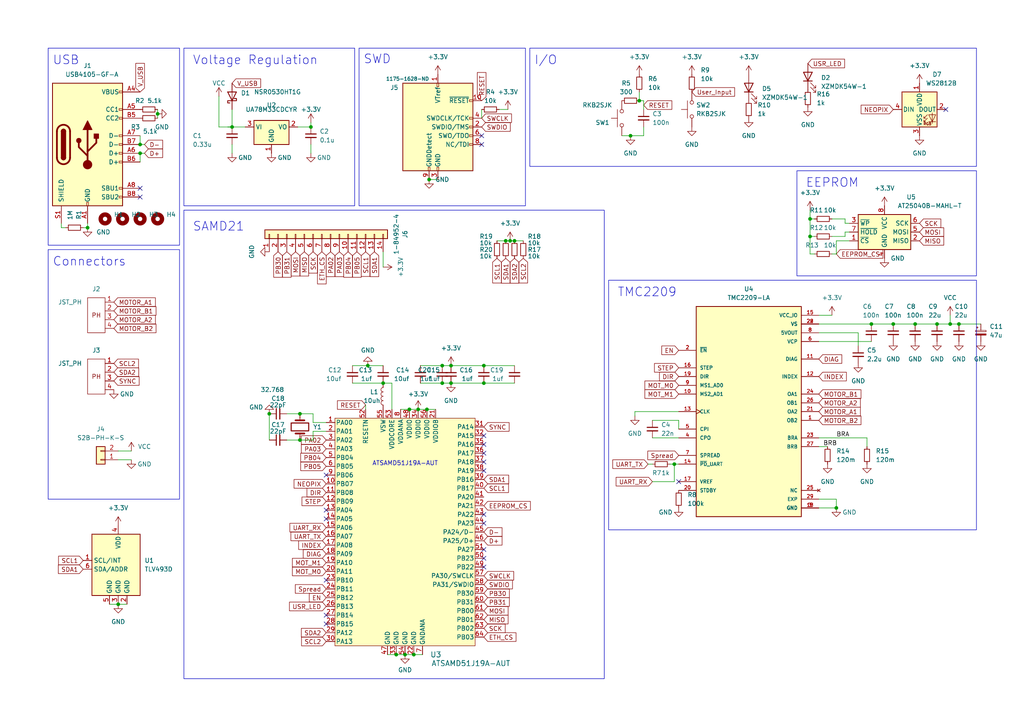
<source format=kicad_sch>
(kicad_sch (version 20230121) (generator eeschema)
  (paper "A4")
  (junction (at 106.68 106.045))
  (junction (at 25.4 66.04))
  (junction (at 130.81 106.045))
  (junction (at 120.015 189.865))
  (junction (at 114.935 189.865))
  (junction (at 118.745 118.745))
  (junction (at 234.95 68.58))
  (junction (at 195.58 134.62))
  (junction (at 265.43 93.98))
  (junction (at 86.995 127.635))
  (junction (at 90.17 36.83))
  (junction (at 259.08 93.98))
  (junction (at 278.13 93.98))
  (junction (at 123.825 118.745))
  (junction (at 140.335 111.125))
  (junction (at 146.685 69.85))
  (junction (at 86.995 120.015))
  (junction (at 121.285 118.745))
  (junction (at 147.955 69.85))
  (junction (at 67.31 36.83))
  (junction (at 149.225 69.85))
  (junction (at 242.57 147.32))
  (junction (at 128.27 106.045))
  (junction (at 40.64 44.45))
  (junction (at 252.73 93.98))
  (junction (at 40.64 41.91))
  (junction (at 234.95 63.5))
  (junction (at 111.125 111.125))
  (junction (at 182.88 39.37))
  (junction (at 117.475 189.865))
  (junction (at 45.72 33.02))
  (junction (at 140.335 106.045))
  (junction (at 128.27 111.125))
  (junction (at 124.46 52.07))
  (junction (at 78.105 120.015))
  (junction (at 271.78 93.98))
  (junction (at 34.29 175.26))
  (junction (at 130.81 111.125))
  (junction (at 185.42 29.21))
  (junction (at 275.59 93.98))
  (no_connect (at 40.64 54.61))
  (no_connect (at 94.615 168.275))
  (no_connect (at 140.335 136.525))
  (no_connect (at 94.615 178.435))
  (no_connect (at 139.7 39.37))
  (no_connect (at 94.615 137.795))
  (no_connect (at 140.335 151.765))
  (no_connect (at 140.335 126.365))
  (no_connect (at 94.615 180.975))
  (no_connect (at 140.335 149.225))
  (no_connect (at 196.85 139.7))
  (no_connect (at 140.335 161.925))
  (no_connect (at 94.615 150.495))
  (no_connect (at 140.335 164.465))
  (no_connect (at 40.64 57.15))
  (no_connect (at 140.335 159.385))
  (no_connect (at 140.335 128.905))
  (no_connect (at 139.7 41.91))
  (no_connect (at 140.335 131.445))
  (no_connect (at 140.335 133.985))
  (no_connect (at 94.615 147.955))
  (no_connect (at 274.32 31.75))
  (wire (pts (xy 40.64 41.91) (xy 41.91 41.91)))
  (wire (pts (xy 19.05 66.04) (xy 17.78 66.04)))
  (wire (pts (xy 38.1 133.35) (xy 34.29 133.35)))
  (wire (pts (xy 34.29 175.26) (xy 36.83 175.26)))
  (wire (pts (xy 102.235 111.125) (xy 111.125 111.125)))
  (wire (pts (xy 245.11 64.77) (xy 246.38 64.77)))
  (wire (pts (xy 186.69 31.75) (xy 186.69 29.21)))
  (wire (pts (xy 128.27 111.125) (xy 130.81 111.125)))
  (wire (pts (xy 140.335 111.125) (xy 149.225 111.125)))
  (wire (pts (xy 248.92 96.52) (xy 237.49 96.52)))
  (wire (pts (xy 130.81 111.125) (xy 140.335 111.125)))
  (wire (pts (xy 63.5 27.94) (xy 63.5 36.83)))
  (wire (pts (xy 113.665 111.125) (xy 111.125 111.125)))
  (wire (pts (xy 113.665 118.745) (xy 113.665 111.125)))
  (wire (pts (xy 83.185 120.015) (xy 86.995 120.015)))
  (wire (pts (xy 120.015 189.865) (xy 122.555 189.865)))
  (wire (pts (xy 78.105 127.635) (xy 78.105 120.015)))
  (wire (pts (xy 237.49 99.06) (xy 252.73 99.06)))
  (wire (pts (xy 90.805 122.555) (xy 94.615 122.555)))
  (wire (pts (xy 144.145 69.85) (xy 146.685 69.85)))
  (wire (pts (xy 259.08 93.98) (xy 265.43 93.98)))
  (wire (pts (xy 116.205 118.745) (xy 118.745 118.745)))
  (wire (pts (xy 121.92 106.045) (xy 128.27 106.045)))
  (wire (pts (xy 234.95 60.96) (xy 234.95 63.5)))
  (wire (pts (xy 67.31 31.75) (xy 67.31 36.83)))
  (wire (pts (xy 86.36 36.83) (xy 90.17 36.83)))
  (wire (pts (xy 111.125 77.47) (xy 111.125 73.025)))
  (wire (pts (xy 40.64 39.37) (xy 40.64 41.91)))
  (wire (pts (xy 38.1 130.81) (xy 34.29 130.81)))
  (wire (pts (xy 241.3 73.66) (xy 242.57 73.66)))
  (wire (pts (xy 237.49 129.54) (xy 240.03 129.54)))
  (wire (pts (xy 25.4 64.77) (xy 25.4 66.04)))
  (wire (pts (xy 24.13 66.04) (xy 25.4 66.04)))
  (wire (pts (xy 242.57 147.32) (xy 237.49 147.32)))
  (wire (pts (xy 66.04 36.83) (xy 67.31 36.83)) (stroke (width 0.1524)))
  (wire (pts (xy 196.85 119.38) (xy 184.15 119.38)))
  (wire (pts (xy 189.23 139.7) (xy 195.58 139.7)))
  (wire (pts (xy 275.59 93.98) (xy 278.13 93.98)))
  (wire (pts (xy 182.88 39.37) (xy 180.34 39.37)))
  (wire (pts (xy 195.58 134.62) (xy 196.85 134.62)))
  (wire (pts (xy 90.805 127.635) (xy 90.805 125.095)))
  (wire (pts (xy 45.72 33.02) (xy 45.72 31.75)))
  (wire (pts (xy 186.69 36.83) (xy 186.69 39.37)))
  (wire (pts (xy 237.49 93.98) (xy 252.73 93.98)))
  (wire (pts (xy 242.57 69.85) (xy 246.38 69.85)))
  (wire (pts (xy 189.23 134.62) (xy 187.96 134.62)))
  (wire (pts (xy 83.185 127.635) (xy 86.995 127.635)))
  (wire (pts (xy 147.32 31.75) (xy 144.78 31.75)))
  (wire (pts (xy 117.475 189.865) (xy 120.015 189.865)))
  (wire (pts (xy 128.27 106.045) (xy 130.81 106.045)))
  (wire (pts (xy 237.49 144.78) (xy 242.57 144.78)))
  (wire (pts (xy 275.59 91.44) (xy 275.59 93.98)))
  (wire (pts (xy 71.12 36.83) (xy 67.31 36.83)) (stroke (width 0.1524)))
  (wire (pts (xy 185.42 26.67) (xy 185.42 29.21)))
  (wire (pts (xy 245.11 67.31) (xy 246.38 67.31)))
  (wire (pts (xy 106.045 117.475) (xy 106.045 118.745)))
  (wire (pts (xy 189.23 127) (xy 196.85 127)))
  (wire (pts (xy 265.43 93.98) (xy 271.78 93.98)))
  (wire (pts (xy 147.955 69.85) (xy 149.225 69.85)))
  (wire (pts (xy 234.95 68.58) (xy 234.95 63.5)))
  (wire (pts (xy 237.49 127) (xy 251.46 127)))
  (wire (pts (xy 236.22 63.5) (xy 234.95 63.5)))
  (wire (pts (xy 146.685 69.85) (xy 147.955 69.85)))
  (wire (pts (xy 186.69 29.21) (xy 185.42 29.21)))
  (wire (pts (xy 106.68 106.045) (xy 111.125 106.045)))
  (wire (pts (xy 45.72 34.29) (xy 45.72 33.02)))
  (wire (pts (xy 102.235 106.045) (xy 106.68 106.045)))
  (wire (pts (xy 31.75 175.26) (xy 34.29 175.26)))
  (wire (pts (xy 241.3 91.44) (xy 237.49 91.44)))
  (wire (pts (xy 124.46 52.07) (xy 127 52.07)))
  (wire (pts (xy 245.11 63.5) (xy 245.11 64.77)))
  (wire (pts (xy 278.13 93.98) (xy 284.48 93.98)))
  (wire (pts (xy 121.92 111.125) (xy 128.27 111.125)))
  (wire (pts (xy 40.64 44.45) (xy 40.64 46.99)))
  (wire (pts (xy 121.285 118.745) (xy 123.825 118.745)))
  (wire (pts (xy 184.15 119.38) (xy 184.15 120.65)))
  (wire (pts (xy 236.22 73.66) (xy 234.95 73.66)))
  (wire (pts (xy 86.995 120.015) (xy 90.805 120.015)))
  (wire (pts (xy 67.31 44.45) (xy 67.31 41.91)))
  (wire (pts (xy 234.95 73.66) (xy 234.95 68.58)))
  (wire (pts (xy 242.57 73.66) (xy 242.57 69.85)))
  (wire (pts (xy 63.5 36.83) (xy 67.31 36.83)))
  (wire (pts (xy 123.825 118.745) (xy 126.365 118.745)))
  (wire (pts (xy 140.335 106.045) (xy 149.225 106.045)))
  (wire (pts (xy 252.73 93.98) (xy 259.08 93.98)))
  (wire (pts (xy 245.11 68.58) (xy 245.11 67.31)))
  (wire (pts (xy 90.17 41.91) (xy 90.17 44.45)))
  (wire (pts (xy 186.69 39.37) (xy 182.88 39.37)))
  (wire (pts (xy 271.78 93.98) (xy 275.59 93.98)))
  (wire (pts (xy 241.3 63.5) (xy 245.11 63.5)))
  (wire (pts (xy 139.7 31.75) (xy 139.7 34.29)))
  (wire (pts (xy 196.85 121.92) (xy 196.85 124.46)))
  (wire (pts (xy 241.3 68.58) (xy 245.11 68.58)))
  (wire (pts (xy 194.31 134.62) (xy 195.58 134.62)))
  (wire (pts (xy 114.935 189.865) (xy 117.475 189.865)))
  (wire (pts (xy 195.58 139.7) (xy 195.58 134.62)))
  (wire (pts (xy 149.225 69.85) (xy 151.765 69.85)))
  (wire (pts (xy 189.23 121.92) (xy 196.85 121.92)))
  (wire (pts (xy 242.57 144.78) (xy 242.57 147.32)))
  (wire (pts (xy 17.78 64.77) (xy 17.78 66.04)))
  (wire (pts (xy 40.64 44.45) (xy 41.91 44.45)))
  (wire (pts (xy 90.805 125.095) (xy 94.615 125.095)))
  (wire (pts (xy 90.17 35.56) (xy 90.17 36.83)))
  (wire (pts (xy 112.395 189.865) (xy 114.935 189.865)))
  (wire (pts (xy 130.81 106.045) (xy 140.335 106.045)))
  (wire (pts (xy 90.805 120.015) (xy 90.805 122.555)))
  (wire (pts (xy 236.22 68.58) (xy 234.95 68.58)))
  (wire (pts (xy 90.805 127.635) (xy 86.995 127.635)))
  (wire (pts (xy 118.745 118.745) (xy 121.285 118.745)))
  (wire (pts (xy 251.46 127) (xy 251.46 129.54)))
  (wire (pts (xy 248.92 100.33) (xy 248.92 96.52)))
  (rectangle (start 53.34 13.97) (end 102.87 59.69))
  (rectangle (start 153.67 13.97) (end 283.21 48.26))
  (rectangle (start 53.34 60.96) (end 175.26 196.85))
  (rectangle (start 176.53 81.28) (end 283.21 153.67))
  (rectangle (start 13.97 13.97) (end 52.07 71.12))
  (rectangle (start 13.97 72.39) (end 52.07 144.78))
  (rectangle (start 231.14 49.53) (end 283.21 80.01))
  (rectangle (start 104.14 13.97) (end 152.4 59.69))
  (text "					" (at 231.775 67.945 0) (effects (font (size 5.08 5.08)) (justify right bottom)))
  (text "SAMD21" (at 55.88 67.31 0) (effects (font (size 2.54 2.54)) (justify left bottom)))
  (text "					" (at 20.955 140.97 0) (effects (font (size 5.08 5.08)) (justify left bottom)))
  (text "EEPROM" (at 233.68 54.61 0) (effects (font (size 2.54 2.54)) (justify left bottom)))
  (text "Connectors" (at 15.24 77.47 0) (effects (font (size 2.54 2.54)) (justify left bottom)))
  (text "TMC2209" (at 179.07 86.36 0) (effects (font (size 2.54 2.54)) (justify left bottom)))
  (text "					" (at 117.475 158.115 90) (effects (font (size 5.08 5.08)) (justify left bottom)))
  (text "I/O" (at 154.94 19.05 0) (effects (font (size 2.54 2.54)) (justify left bottom)))
  (text "	\nATSAMD51J19A-AUT" (at 107.95 135.255 0) (effects (font (size 1.27 1.27)) (justify left bottom)))
  (text "Voltage Regulation\n" (at 55.88 19.05 0) (effects (font (size 2.54 2.54)) (justify left bottom)))
  (text "SWD\n\n" (at 105.41 22.86 0) (effects (font (size 2.54 2.54)) (justify left bottom)))
  (text "USB" (at 15.24 19.05 0) (effects (font (size 2.54 2.54)) (justify left bottom)))
  (label "BRA" (at 242.57 127 0))
  (label "BRB" (at 238.76 129.54 0))
  (global_label "SCL1" (shape input) (at 144.145 74.93 270) (property "Intersheetrefs" "${INTERSHEET_REFS}" (effects hide)))
  (global_label "RESET" (shape input) (at 186.69 30.48 0) (property "Intersheetrefs" "${INTERSHEET_REFS}" (effects hide)))
  (global_label "DIR" (shape input) (at 94.615 142.875 180) (property "Intersheetrefs" "${INTERSHEET_REFS}" (effects hide)))
  (global_label "D+" (shape input) (at 41.91 44.45 0) (property "Intersheetrefs" "${INTERSHEET_REFS}" (effects hide)))
  (global_label "SDA1" (shape input) (at 140.335 139.065 0) (property "Intersheetrefs" "${INTERSHEET_REFS}" (effects hide)))
  (global_label "EN" (shape input) (at 94.615 173.355 180) (property "Intersheetrefs" "${INTERSHEET_REFS}" (effects hide)))
  (global_label "SDA1" (shape input) (at 24.13 165.1 180) (property "Intersheetrefs" "${INTERSHEET_REFS}" (effects hide)))
  (global_label "MOTOR_B2" (shape input) (at 237.49 121.92 0) (property "Intersheetrefs" "${INTERSHEET_REFS}" (effects hide)))
  (global_label "SCL2" (shape input) (at 94.615 186.055 180) (property "Intersheetrefs" "${INTERSHEET_REFS}" (effects hide)))
  (global_label "UART_RX" (shape input) (at 94.615 153.035 180) (property "Intersheetrefs" "${INTERSHEET_REFS}" (effects hide)))
  (global_label "SDA1" (shape input) (at 108.585 73.025 270) (property "Intersheetrefs" "${INTERSHEET_REFS}" (effects hide)))
  (global_label "EN" (shape input) (at 196.85 101.6 180) (property "Intersheetrefs" "${INTERSHEET_REFS}" (effects hide)))
  (global_label "PB05" (shape input) (at 94.615 135.255 180) (property "Intersheetrefs" "${INTERSHEET_REFS}" (effects hide)))
  (global_label "PB31" (shape input) (at 83.185 73.025 270) (property "Intersheetrefs" "${INTERSHEET_REFS}" (effects hide)))
  (global_label "PB30" (shape input) (at 140.335 172.085 0) (property "Intersheetrefs" "${INTERSHEET_REFS}" (effects hide)))
  (global_label "MOT_M1" (shape input) (at 94.615 163.195 180) (property "Intersheetrefs" "${INTERSHEET_REFS}" (effects hide)))
  (global_label "V_USB" (shape input) (at 67.31 24.13 0) (property "Intersheetrefs" "${INTERSHEET_REFS}" (effects hide)))
  (global_label "Spread" (shape input) (at 196.85 132.08 180) (property "Intersheetrefs" "${INTERSHEET_REFS}" (effects hide)))
  (global_label "D+" (shape input) (at 140.335 156.845 0) (property "Intersheetrefs" "${INTERSHEET_REFS}" (effects hide)))
  (global_label "SWDIO" (shape input) (at 140.335 169.545 0) (property "Intersheetrefs" "${INTERSHEET_REFS}" (effects hide)))
  (global_label "D-" (shape input) (at 140.335 154.305 0) (property "Intersheetrefs" "${INTERSHEET_REFS}" (effects hide)))
  (global_label "PB31" (shape input) (at 140.335 174.625 0) (property "Intersheetrefs" "${INTERSHEET_REFS}" (effects hide)))
  (global_label "SCL1" (shape input) (at 140.335 141.605 0) (property "Intersheetrefs" "${INTERSHEET_REFS}" (effects hide)))
  (global_label "MISO" (shape input) (at 266.7 69.85 0) (property "Intersheetrefs" "${INTERSHEET_REFS}" (effects hide)))
  (global_label "PA02" (shape input) (at 95.885 73.025 270) (property "Intersheetrefs" "${INTERSHEET_REFS}" (effects hide)))
  (global_label "MOT_M0" (shape input) (at 94.615 165.735 180) (property "Intersheetrefs" "${INTERSHEET_REFS}" (effects hide)))
  (global_label "DIR" (shape input) (at 196.85 109.22 180) (property "Intersheetrefs" "${INTERSHEET_REFS}" (effects hide)))
  (global_label "PA02" (shape input) (at 94.615 127.635 180) (property "Intersheetrefs" "${INTERSHEET_REFS}" (effects hide)))
  (global_label "STEP" (shape input) (at 94.615 145.415 180) (property "Intersheetrefs" "${INTERSHEET_REFS}" (effects hide)))
  (global_label "SYNC" (shape input) (at 33.02 110.49 0) (property "Intersheetrefs" "${INTERSHEET_REFS}" (effects hide)))
  (global_label "SDA2" (shape input) (at 94.615 183.515 180) (property "Intersheetrefs" "${INTERSHEET_REFS}" (effects hide)))
  (global_label "D-" (shape input) (at 41.91 41.91 0) (property "Intersheetrefs" "${INTERSHEET_REFS}" (effects hide)))
  (global_label "EEPROM_CS" (shape input) (at 140.335 146.685 0) (property "Intersheetrefs" "${INTERSHEET_REFS}" (effects hide)))
  (global_label "ETH_CS" (shape input) (at 140.335 184.785 0) (property "Intersheetrefs" "${INTERSHEET_REFS}" (effects hide)))
  (global_label "SWCLK" (shape input) (at 139.7 34.29 0) (property "Intersheetrefs" "${INTERSHEET_REFS}" (effects hide)))
  (global_label "STEP" (shape input) (at 196.85 106.68 180) (property "Intersheetrefs" "${INTERSHEET_REFS}" (effects hide)))
  (global_label "MOTOR_A2" (shape input) (at 237.49 116.84 0) (property "Intersheetrefs" "${INTERSHEET_REFS}" (effects hide)))
  (global_label "NEOPIX" (shape input) (at 259.08 31.75 180) (property "Intersheetrefs" "${INTERSHEET_REFS}" (effects hide)))
  (global_label "INDEX" (shape input) (at 94.615 158.115 180) (property "Intersheetrefs" "${INTERSHEET_REFS}" (effects hide)))
  (global_label "SYNC" (shape input) (at 140.335 123.825 0) (property "Intersheetrefs" "${INTERSHEET_REFS}" (effects hide)))
  (global_label "PA03" (shape input) (at 98.425 73.025 270) (property "Intersheetrefs" "${INTERSHEET_REFS}" (effects hide)))
  (global_label "SWCLK" (shape input) (at 140.335 167.005 0) (property "Intersheetrefs" "${INTERSHEET_REFS}" (effects hide)))
  (global_label "UART_RX" (shape input) (at 189.23 139.7 180) (property "Intersheetrefs" "${INTERSHEET_REFS}" (effects hide)))
  (global_label "PA03" (shape input) (at 94.615 130.175 180) (property "Intersheetrefs" "${INTERSHEET_REFS}" (effects hide)))
  (global_label "DIAG" (shape input) (at 237.49 104.14 0) (property "Intersheetrefs" "${INTERSHEET_REFS}" (effects hide)))
  (global_label "UART_TX" (shape input) (at 94.615 155.575 180) (property "Intersheetrefs" "${INTERSHEET_REFS}" (effects hide)))
  (global_label "SDA2" (shape input) (at 33.02 107.95 0) (property "Intersheetrefs" "${INTERSHEET_REFS}" (effects hide)))
  (global_label "MISO" (shape input) (at 88.265 73.025 270) (property "Intersheetrefs" "${INTERSHEET_REFS}" (effects hide)))
  (global_label "MISO" (shape input) (at 140.335 179.705 0) (property "Intersheetrefs" "${INTERSHEET_REFS}" (effects hide)))
  (global_label "MOTOR_B2" (shape input) (at 33.02 95.25 0) (property "Intersheetrefs" "${INTERSHEET_REFS}" (effects hide)))
  (global_label "MOTOR_B1" (shape input) (at 33.02 90.17 0) (property "Intersheetrefs" "${INTERSHEET_REFS}" (effects hide)))
  (global_label "MOSI" (shape input) (at 85.725 73.025 270) (property "Intersheetrefs" "${INTERSHEET_REFS}" (effects hide)))
  (global_label "V_USB" (shape input) (at 40.64 26.67 90) (property "Intersheetrefs" "${INTERSHEET_REFS}" (effects hide)))
  (global_label "USR_LED" (shape input) (at 94.615 175.895 180) (property "Intersheetrefs" "${INTERSHEET_REFS}" (effects hide)))
  (global_label "ETH_CS" (shape input) (at 93.345 73.025 270) (property "Intersheetrefs" "${INTERSHEET_REFS}" (effects hide)))
  (global_label "USR_LED" (shape input) (at 234.315 18.415 0) (property "Intersheetrefs" "${INTERSHEET_REFS}" (effects hide)))
  (global_label "PB04" (shape input) (at 100.965 73.025 270) (property "Intersheetrefs" "${INTERSHEET_REFS}" (effects hide)))
  (global_label "RESET" (shape input) (at 139.7 29.21 90) (property "Intersheetrefs" "${INTERSHEET_REFS}" (effects hide)))
  (global_label "MOT_M1" (shape input) (at 196.85 114.3 180) (property "Intersheetrefs" "${INTERSHEET_REFS}" (effects hide)))
  (global_label "SWDIO" (shape input) (at 139.7 36.83 0) (property "Intersheetrefs" "${INTERSHEET_REFS}" (effects hide)))
  (global_label "MOT_M0" (shape input) (at 196.85 111.76 180) (property "Intersheetrefs" "${INTERSHEET_REFS}" (effects hide)))
  (global_label "UART_TX" (shape input) (at 187.96 134.62 180) (property "Intersheetrefs" "${INTERSHEET_REFS}" (effects hide)))
  (global_label "NEOPIX" (shape input) (at 94.615 140.335 180) (property "Intersheetrefs" "${INTERSHEET_REFS}" (effects hide)))
  (global_label "User_Input" (shape input) (at 200.66 26.67 0) (property "Intersheetrefs" "${INTERSHEET_REFS}" (effects hide)))
  (global_label "SDA2" (shape input) (at 149.225 74.93 270) (property "Intersheetrefs" "${INTERSHEET_REFS}" (effects hide)))
  (global_label "DIAG" (shape input) (at 94.615 160.655 180) (property "Intersheetrefs" "${INTERSHEET_REFS}" (effects hide)))
  (global_label "Spread" (shape input) (at 94.615 170.815 180) (property "Intersheetrefs" "${INTERSHEET_REFS}" (effects hide)))
  (global_label "SCK" (shape input) (at 140.335 182.245 0) (property "Intersheetrefs" "${INTERSHEET_REFS}" (effects hide)))
  (global_label "MOTOR_A2" (shape input) (at 33.02 92.71 0) (property "Intersheetrefs" "${INTERSHEET_REFS}" (effects hide)))
  (global_label "SCL1" (shape input) (at 106.045 73.025 270) (property "Intersheetrefs" "${INTERSHEET_REFS}" (effects hide)))
  (global_label "MOSI" (shape input) (at 266.7 67.31 0) (property "Intersheetrefs" "${INTERSHEET_REFS}" (effects hide)))
  (global_label "MOTOR_B1" (shape input) (at 237.49 114.3 0) (property "Intersheetrefs" "${INTERSHEET_REFS}" (effects hide)))
  (global_label "SCL2" (shape input) (at 151.765 74.93 270) (property "Intersheetrefs" "${INTERSHEET_REFS}" (effects hide)))
  (global_label "MOTOR_A1" (shape input) (at 237.49 119.38 0) (property "Intersheetrefs" "${INTERSHEET_REFS}" (effects hide)))
  (global_label "SCL2" (shape input) (at 33.02 105.41 0) (property "Intersheetrefs" "${INTERSHEET_REFS}" (effects hide)))
  (global_label "PB30" (shape input) (at 80.645 73.025 270) (property "Intersheetrefs" "${INTERSHEET_REFS}" (effects hide)))
  (global_label "SCL1" (shape input) (at 24.13 162.56 180) (property "Intersheetrefs" "${INTERSHEET_REFS}" (effects hide)))
  (global_label "EEPROM_CS" (shape input) (at 242.57 73.66 0) (property "Intersheetrefs" "${INTERSHEET_REFS}" (effects hide)))
  (global_label "INDEX" (shape input) (at 237.49 109.22 0) (property "Intersheetrefs" "${INTERSHEET_REFS}" (effects hide)))
  (global_label "MOTOR_A1" (shape input) (at 33.02 87.63 0) (property "Intersheetrefs" "${INTERSHEET_REFS}" (effects hide)))
  (global_label "SCK" (shape input) (at 266.7 64.77 0) (property "Intersheetrefs" "${INTERSHEET_REFS}" (effects hide)))
  (global_label "PB04" (shape input) (at 94.615 132.715 180) (property "Intersheetrefs" "${INTERSHEET_REFS}" (effects hide)))
  (global_label "PB05" (shape input) (at 103.505 73.025 270) (property "Intersheetrefs" "${INTERSHEET_REFS}" (effects hide)))
  (global_label "SCK" (shape input) (at 90.805 73.025 270) (property "Intersheetrefs" "${INTERSHEET_REFS}" (effects hide)))
  (global_label "SDA1" (shape input) (at 146.685 74.93 270) (property "Intersheetrefs" "${INTERSHEET_REFS}" (effects hide)))
  (global_label "MOSI" (shape input) (at 140.335 177.165 0) (property "Intersheetrefs" "${INTERSHEET_REFS}" (effects hide)))
  (global_label "RESET" (shape input) (at 106.045 117.475 180) (property "Intersheetrefs" "${INTERSHEET_REFS}" (effects hide)))
  (symbol (lib_id "power:GND") (at 196.85 147.32 0) (unit 1)
    (property "Reference" "#PWR022" (effects hide))
    (property "Value" "GND" (at 193.04 148.59 0))
  )
  (symbol (lib_id "power:GND") (at 256.54 74.93 0) (unit 1)
    (property "Reference" "#PWR035" (effects hide))
    (property "Value" "GND" (at 260.35 74.93 0))
  )
  (symbol (lib_id "Connector_Generic:Conn_01x14") (at 93.345 67.945 90) (unit 1)
    (property "Reference" "J6" (at 117.475 67.945 0))
    (property "Value" "1-84952-4" (at 114.935 67.945 0))
    (property "Footprint" "Connector_FFC-FPC:TE_1-84952-4_1x14-1MP_P1.0mm_Horizontal" (effects hide))
  )
  (symbol (lib_id "power:+3.3V") (at 121.285 118.745 0) (unit 1)
    (property "Reference" "#PWR047" (effects hide))
    (property "Value" "+3.3V" (at 121.285 114.3 0))
  )
  (symbol (lib_id "power:GND") (at 217.17 34.29 0) (unit 1)
    (property "Reference" "#PWR027" (effects hide))
    (property "Value" "GND" (at 217.17 39.37 0))
  )
  (symbol (lib_id "Device:R_Small") (at 238.76 73.66 90) (unit 1)
    (property "Reference" "R13" (at 237.49 71.12 90) (effects (justify left)))
    (property "Value" "10k" (at 242.57 71.12 90) (effects (justify left)))
    (property "Footprint" "Resistor_SMD:R_0402_1005Metric" (effects hide))
  )
  (symbol (lib_id "Device:LED") (at 217.17 25.4 90) (unit 1)
    (property "Reference" "D5" (at 220.98 25.7175 90) (effects (justify right)))
    (property "Value" "XZMDK54W-1" (at 220.98 28.2575 90) (effects (justify right)))
    (property "Footprint" "LED_SMD:LED_0603_1608Metric" (effects hide))
  )
  (symbol (lib_id "Device:C_Small") (at 128.27 108.585 0) (mirror y) (unit 1)
    (property "Reference" "C20" (at 125.095 107.3213 0) (effects (justify left)))
    (property "Value" "1uf" (at 125.095 109.8613 0) (effects (justify left)))
    (property "Footprint" "Capacitor_SMD:C_0402_1005Metric" (effects hide))
  )
  (symbol (lib_id "Mechanical:MountingHole") (at 40.64 63.5 0) (unit 1)
    (property "Reference" "H3" (at 43.18 62.23 0) (effects (justify left)))
    (property "Value" "MountingHole" (effects hide))
    (property "Footprint" "MountingHole:MountingHole_3.2mm_M3" (effects hide))
  )
  (symbol (lib_id "power:GND") (at 124.46 52.07 0) (unit 1)
    (property "Reference" "#PWR016" (effects hide))
    (property "Value" "GND" (at 128.27 52.07 0))
  )
  (symbol (lib_id "Device:C_Small") (at 252.73 96.52 0) (unit 1)
    (property "Reference" "C6" (at 250.19 88.9 0) (effects (justify left)))
    (property "Value" "100n" (at 250.19 91.44 0) (effects (justify left)))
    (property "Footprint" "Capacitor_SMD:C_0402_1005Metric" (effects hide))
  )
  (symbol (lib_id "power:VCC") (at 275.59 91.44 0) (unit 1)
    (property "Reference" "#PWR041" (effects hide))
    (property "Value" "VCC" (at 275.59 86.36 0))
  )
  (symbol (lib_id "power:GND") (at 240.03 134.62 0) (unit 1)
    (property "Reference" "#PWR029" (effects hide))
    (property "Value" "GND" (at 240.03 139.7 0))
  )
  (symbol (lib_id "Device:C_Small") (at 90.17 39.37 0) (unit 1)
    (property "Reference" "C2" (at 92.71 38.1063 0) (effects (justify left)))
    (property "Value" "0.1u" (at 92.71 40.6463 0) (effects (justify left)))
    (property "Footprint" "Capacitor_SMD:C_0402_1005Metric" (effects hide))
  )
  (symbol (lib_id "power:+3.3V") (at 130.81 106.045 0) (unit 1)
    (property "Reference" "#PWR025" (effects hide))
    (property "Value" "+3.3V" (at 130.81 100.965 0))
  )
  (symbol (lib_id "Diode:NSR0340HT1G") (at 67.31 27.94 90) (unit 1)
    (property "Reference" "D1" (at 69.85 26.9875 90) (effects (justify right)))
    (property "Value" "NSR0530HT1G" (at 73.66 26.67 90) (effects (justify right)))
    (property "Footprint" "Diode_SMD:D_SOD-323" (effects hide))
    (property "Datasheet" "https://www.onsemi.com/pub/Collateral/NSR0340H-D.PDF" (effects hide))
  )
  (symbol (lib_id "Device:R_Small") (at 43.18 31.75 90) (unit 1)
    (property "Reference" "R2" (at 41.91 29.21 90) (effects (justify left)))
    (property "Value" "5.1k" (at 46.99 29.21 90) (effects (justify left)))
    (property "Footprint" "Resistor_SMD:R_0402_1005Metric" (effects hide))
  )
  (symbol (lib_id "Device:R_Small") (at 217.17 31.75 0) (unit 1)
    (property "Reference" "R10" (at 219.71 30.48 0) (effects (justify left)))
    (property "Value" "1k" (at 219.71 33.02 0) (effects (justify left)))
    (property "Footprint" "Resistor_SMD:R_0402_1005Metric" (effects hide))
  )
  (symbol (lib_id "power:GND") (at 130.81 111.125 0) (unit 1)
    (property "Reference" "#PWR046" (effects hide))
    (property "Value" "GND" (at 130.81 116.205 0))
  )
  (symbol (lib_id "Device:C_Small") (at 111.125 108.585 0) (mirror y) (unit 1)
    (property "Reference" "C13" (at 107.95 107.3213 0) (effects (justify left)))
    (property "Value" "1uf" (at 107.95 109.8613 0) (effects (justify left)))
    (property "Footprint" "Capacitor_SMD:C_0402_1005Metric" (effects hide))
  )
  (symbol (lib_id "Device:R_Small") (at 238.76 63.5 90) (unit 1)
    (property "Reference" "R11" (at 238.76 60.96 90) (effects (justify left)))
    (property "Value" "10k" (at 242.57 60.96 90) (effects (justify left)))
    (property "Footprint" "Resistor_SMD:R_0402_1005Metric" (effects hide))
  )
  (symbol (lib_id "Connector:USB_C_Receptacle_USB2.0") (at 25.4 41.91 0) (unit 1)
    (property "Reference" "J1" (at 25.4 19.05 0))
    (property "Value" "USB4105-GF-A" (at 26.67 21.59 0))
    (property "Footprint" "Connector_USB:USB_C_Receptacle_GCT_USB4105-xx-A_16P_TopMnt_Horizontal" (effects hide))
    (property "Datasheet" "https://www.usb.org/sites/default/files/documents/usb_type-c.zip" (effects hide))
  )
  (symbol (lib_id "power:+3.3V") (at 241.3 91.44 0) (unit 1)
    (property "Reference" "#PWR030" (effects hide))
    (property "Value" "+3.3V" (at 241.3 86.36 0))
  )
  (symbol (lib_id "Device:C_Small") (at 140.335 108.585 0) (mirror y) (unit 1)
    (property "Reference" "C16" (at 137.16 107.3213 0) (effects (justify left)))
    (property "Value" "1uf" (at 137.16 109.8613 0) (effects (justify left)))
    (property "Footprint" "Capacitor_SMD:C_0402_1005Metric" (effects hide))
  )
  (symbol (lib_id "power:GND") (at 284.48 99.06 0) (unit 1)
    (property "Reference" "#PWR045" (effects hide))
    (property "Value" "GND" (at 284.48 104.14 0))
  )
  (symbol (lib_id "power:GND") (at 34.29 175.26 0) (unit 1)
    (property "Reference" "#PWR04" (effects hide))
    (property "Value" "GND" (at 34.29 180.34 0))
  )
  (symbol (lib_id "Device:C_Small") (at 186.69 34.29 0) (unit 1)
    (property "Reference" "C3" (at 189.23 33.0263 0) (effects (justify left)))
    (property "Value" "100n" (at 189.23 35.5663 0) (effects (justify left)))
    (property "Footprint" "Capacitor_SMD:C_0402_1005Metric" (effects hide))
  )
  (symbol (lib_id "Mechanical:MountingHole") (at 30.48 63.5 0) (unit 1)
    (property "Reference" "H1" (at 33.02 62.23 0) (effects (justify left)))
    (property "Value" "MountingHole" (effects hide))
    (property "Footprint" "MountingHole:MountingHole_3.2mm_M3" (effects hide))
  )
  (symbol (lib_id "power:GND") (at 278.13 99.06 0) (unit 1)
    (property "Reference" "#PWR042" (effects hide))
    (property "Value" "GND" (at 278.13 104.14 0))
  )
  (symbol (lib_id "Device:R_Small") (at 234.315 28.575 0) (unit 1)
    (property "Reference" "R16" (at 236.855 27.305 0) (effects (justify left)))
    (property "Value" "1k" (at 236.855 29.845 0) (effects (justify left)))
    (property "Footprint" "Resistor_SMD:R_0402_1005Metric" (effects hide))
  )
  (symbol (lib_id "power:GND") (at 78.105 120.015 0) (mirror x) (unit 1)
    (property "Reference" "#PWR048" (effects hide))
    (property "Value" "GND" (at 74.295 118.11 0))
  )
  (symbol (lib_id "power:VCC") (at 38.1 130.81 0) (unit 1)
    (property "Reference" "#PWR05" (effects hide))
    (property "Value" "VCC" (at 41.91 129.54 0))
  )
  (symbol (lib_id "power:GND") (at 90.17 44.45 0) (unit 1)
    (property "Reference" "#PWR013" (effects hide))
    (property "Value" "GND" (at 93.98 45.72 0))
  )
  (symbol (lib_id "power:+3.3V") (at 200.66 21.59 0) (unit 1)
    (property "Reference" "#PWR023" (effects hide))
    (property "Value" "+3.3V" (at 200.66 16.51 0))
  )
  (symbol (lib_id "Device:R_Small") (at 142.24 31.75 90) (unit 1)
    (property "Reference" "R4" (at 142.24 26.67 90))
    (property "Value" "10k" (at 142.24 29.21 90))
    (property "Footprint" "Resistor_SMD:R_0402_1005Metric" (effects hide))
  )
  (symbol (lib_id "power:GND") (at 200.66 36.83 0) (unit 1)
    (property "Reference" "#PWR024" (effects hide))
    (property "Value" "GND" (at 200.66 41.91 0))
  )
  (symbol (lib_id "Device:C_Small") (at 121.92 108.585 0) (mirror y) (unit 1)
    (property "Reference" "C14" (at 118.745 107.3213 0) (effects (justify left)))
    (property "Value" "10uf" (at 118.745 109.8613 0) (effects (justify left)))
    (property "Footprint" "Capacitor_SMD:C_0805_2012Metric" (effects hide))
  )
  (symbol (lib_id "power:GND") (at 234.315 31.115 0) (unit 1)
    (property "Reference" "#PWR015" (effects hide))
    (property "Value" "GND" (at 234.315 36.195 0))
  )
  (symbol (lib_id "TMC2209-LA:TMC2209-LA") (at 217.17 119.38 0) (unit 1)
    (property "Reference" "U4" (at 217.17 83.82 0))
    (property "Value" "TMC2209-LA" (at 217.17 86.36 0))
    (property "Footprint" "Package_DFN_QFN:QFN-28-1EP_5x5mm_P0.5mm_EP3.35x3.35mm_ThermalVias" (effects hide))
    (property "MF" "Trinamic" (effects hide))
    (property "MAXIMUM_PACKAGE_HEIGHT" "0.90mm" (effects hide))
    (property "Package" "VFQFN-28 Trinamic" (effects hide))
    (property "Price" "None" (effects hide))
    (property "Check_prices" "https://www.snapeda.com/parts/TMC2209-LA/Trinamic/view-part/?ref=eda" (effects hide))
    (property "STANDARD" "IPC-7351B" (effects hide))
    (property "PARTREV" "1.08" (effects hide))
    (property "SnapEDA_Link" "https://www.snapeda.com/parts/TMC2209-LA/Trinamic/view-part/?ref=snap" (effects hide))
    (property "MP" "TMC2209-LA" (effects hide))
    (property "Description" "\nMotor / Motion / Ignition Controllers & Drivers Stepper Motor Driver/Controller, 4.75-28V, 2.0A, Step/Dir, QFN28\n" (effects hide))
    (property "MANUFACTURER" "Trinamic" (effects hide))
    (property "Availability" "Not in stock" (effects hide))
    (property "SNAPEDA_PN" "TMC2209-LA" (effects hide))
  )
  (symbol (lib_id "Regulator_Linear:AP1117-33") (at 78.74 36.83 0) (unit 1)
    (property "Reference" "U2" (at 78.74 30.48 0))
    (property "Value" "UA78M33CDCYR" (at 78.74 31.75 0))
    (property "Footprint" "Package_TO_SOT_SMD:SOT-223-3_TabPin2" (effects hide))
    (property "Datasheet" "http://www.diodes.com/datasheets/AP1117.pdf" (effects hide))
  )
  (symbol (lib_id "Device:Crystal") (at 86.995 123.825 90) (mirror x) (unit 1)
    (property "Reference" "Y1" (at 90.805 123.825 90) (effects (justify right)))
    (property "Value" "32.768" (at 75.565 113.03 90) (effects (justify right)))
    (property "Footprint" "Crystal:Crystal_SMD_3215-2Pin_3.2x1.5mm" (effects hide))
  )
  (symbol (lib_id "power:GND") (at 117.475 189.865 0) (unit 1)
    (property "Reference" "#PWR07" (effects hide))
    (property "Value" "GND" (at 117.475 194.31 0))
  )
  (symbol (lib_id "LED:WS2812B") (at 266.7 31.75 0) (unit 1)
    (property "Reference" "D7" (at 271.78 21.59 0))
    (property "Value" "WS2812B" (at 273.05 24.13 0))
    (property "Footprint" "LED_SMD:LED_WS2812B_PLCC4_5.0x5.0mm_P3.2mm" (effects hide))
    (property "Datasheet" "https://cdn-shop.adafruit.com/datasheets/WS2812B.pdf" (effects hide))
  )
  (symbol (lib_id "USB_C_Full_Featured:Conn_ARM_JTAG_SWD_10") (at 127 36.83 0) (unit 1)
    (property "Reference" "J5" (at 115.57 25.4 0) (effects (justify right)))
    (property "Value" "1175-1628-ND" (at 124.46 22.86 0) (effects (font (size 1.016 1.016)) (justify right)))
    (property "Footprint" "JTAH:JTAG_Shielded" (effects hide))
    (property "Datasheet" "http://infocenter.arm.com/help/topic/com.arm.doc.ddi0314h/DDI0314H_coresight_components_trm.pdf" (effects hide))
  )
  (symbol (lib_id "JST:JST_PH_4pin") (at 27.94 91.44 0) (unit 1)
    (property "Reference" "J2" (at 27.94 83.82 0))
    (property "Value" "JST_PH" (at 20.32 87.63 0))
    (property "Footprint" "Connector_JST:JST_PH_S4B-PH-K_1x04_P2.00mm_Horizontal" (effects hide))
  )
  (symbol (lib_id "Device:R_Small") (at 196.85 144.78 0) (unit 1)
    (property "Reference" "R8" (at 199.39 143.51 0) (effects (justify left)))
    (property "Value" "100k" (at 199.39 146.05 0) (effects (justify left)))
    (property "Footprint" "Resistor_SMD:R_0402_1005Metric" (effects hide))
  )
  (symbol (lib_id "ATSAMD51J19A-AUT:ATSAMD51J19A-AUT") (at 118.745 145.415 0) (unit 1)
    (property "Reference" "U3" (at 124.7491 189.865 0) (effects (font (size 1.524 1.524)) (justify left)))
    (property "Value" "ATSAMD51J19A-AUT" (at 125.095 192.405 0) (effects (font (size 1.524 1.524)) (justify left)))
    (property "Footprint" "Package_QFP:TQFP-64_10x10mm_P0.5mm" (effects hide))
    (property "Datasheet" "ATSAMD51J19A-AUT" (effects hide))
  )
  (symbol (lib_id "power:GND") (at 78.74 44.45 0) (unit 1)
    (property "Reference" "#PWR011" (effects hide))
    (property "Value" "GND" (at 82.55 45.72 0))
  )
  (symbol (lib_id "Sensor_Magnetic:TLV493D") (at 34.29 165.1 0) (unit 1)
    (property "Reference" "U1" (at 41.91 162.56 0) (effects (justify left)))
    (property "Value" "TLV493D" (at 41.91 165.1 0) (effects (justify left)))
    (property "Footprint" "Package_TO_SOT_SMD:SOT-23-6" (effects hide))
    (property "Datasheet" "http://www.infineon.com/dgdl/Infineon-TLV493D-A1B6-DS-v01_00-EN.pdf?fileId=5546d462525dbac40152a6b85c760e80" (effects hide))
  )
  (symbol (lib_id "power:+3.3V") (at 217.17 21.59 0) (unit 1)
    (property "Reference" "#PWR026" (effects hide))
    (property "Value" "+3.3V" (at 217.17 16.51 0))
  )
  (symbol (lib_id "power:GND") (at 265.43 99.06 0) (unit 1)
    (property "Reference" "#PWR037" (effects hide))
    (property "Value" "GND" (at 265.43 104.14 0))
  )
  (symbol (lib_id "JST:JST_PH_4pin") (at 27.94 109.22 0) (unit 1)
    (property "Reference" "J3" (at 27.94 101.6 0))
    (property "Value" "JST_PH" (at 20.32 105.41 0))
    (property "Footprint" "Connector_JST:JST_PH_S4B-PH-K_1x04_P2.00mm_Horizontal" (effects hide))
  )
  (symbol (lib_id "power:GND") (at 25.4 66.04 0) (unit 1)
    (property "Reference" "#PWR01" (effects hide))
    (property "Value" "GND" (at 27.94 67.31 0) (effects (justify left)))
  )
  (symbol (lib_id "power:GND") (at 182.88 39.37 0) (unit 1)
    (property "Reference" "#PWR019" (effects hide))
    (property "Value" "GND" (at 182.88 44.45 0))
  )
  (symbol (lib_id "Device:C_Small") (at 102.235 108.585 0) (mirror y) (unit 1)
    (property "Reference" "C12" (at 99.06 107.3213 0) (effects (justify left)))
    (property "Value" "10uf" (at 99.06 109.8613 0) (effects (justify left)))
    (property "Footprint" "Capacitor_SMD:C_0805_2012Metric" (effects hide))
  )
  (symbol (lib_id "Device:R_Small") (at 43.18 34.29 90) (unit 1)
    (property "Reference" "R3" (at 40.64 36.83 90) (effects (justify left)))
    (property "Value" "5.1k" (at 45.72 38.1 90) (effects (justify left)))
    (property "Footprint" "Resistor_SMD:R_0402_1005Metric" (effects hide))
  )
  (symbol (lib_id "power:+3.3V") (at 34.29 152.4 0) (unit 1)
    (property "Reference" "#PWR03" (effects hide))
    (property "Value" "+3.3V" (at 34.29 147.32 0))
  )
  (symbol (lib_id "power:GND") (at 45.72 33.02 90) (unit 1)
    (property "Reference" "#PWR08" (effects hide))
    (property "Value" "GND" (at 46.99 36.83 90))
  )
  (symbol (lib_id "Device:R_Small") (at 238.76 68.58 90) (unit 1)
    (property "Reference" "R12" (at 238.76 66.04 90) (effects (justify left)))
    (property "Value" "10k" (at 242.57 66.04 90) (effects (justify left)))
    (property "Footprint" "Resistor_SMD:R_0402_1005Metric" (effects hide))
  )
  (symbol (lib_id "power:+3.3V") (at 147.32 31.75 0) (unit 1)
    (property "Reference" "#PWR018" (effects hide))
    (property "Value" "+3.3V" (at 147.32 26.67 0))
  )
  (symbol (lib_id "power:GND") (at 266.7 39.37 0) (unit 1)
    (property "Reference" "#PWR039" (effects hide))
    (property "Value" "GND" (at 266.7 44.45 0))
  )
  (symbol (lib_id "power:GND") (at 67.31 44.45 0) (unit 1)
    (property "Reference" "#PWR010" (effects hide))
    (property "Value" "GND" (at 71.12 45.72 0))
  )
  (symbol (lib_id "Switch:SW_Push") (at 180.34 34.29 90) (unit 1)
    (property "Reference" "SW1" (at 172.72 35.56 90) (effects (justify right)))
    (property "Value" "RKB2SJK" (at 168.91 30.48 90) (effects (justify right)))
    (property "Footprint" "Push_Button:button_RKB2SJK250SMTR LFS" (effects hide))
  )
  (symbol (lib_id "Device:R_Small") (at 149.225 72.39 0) (unit 1)
    (property "Reference" "R18" (at 153.035 68.58 0) (effects (justify left)))
    (property "Value" "10k" (at 153.035 70.485 0) (effects (justify left)))
    (property "Footprint" "Resistor_SMD:R_0402_1005Metric" (effects hide))
  )
  (symbol (lib_id "Device:R_Small") (at 251.46 132.08 0) (unit 1)
    (property "Reference" "R15" (at 254 130.81 0) (effects (justify left)))
    (property "Value" "120m" (at 254 133.35 0) (effects (justify left)))
    (property "Footprint" "Resistor_SMD:R_1206_3216Metric" (effects hide))
  )
  (symbol (lib_id "Device:R_Small") (at 146.685 72.39 0) (unit 1)
    (property "Reference" "R19" (at 139.065 68.58 0) (effects (justify left)))
    (property "Value" "10k" (at 139.065 70.485 0) (effects (justify left)))
    (property "Footprint" "Resistor_SMD:R_0402_1005Metric" (effects hide))
  )
  (symbol (lib_id "power:GND") (at 78.105 73.025 270) (unit 1)
    (property "Reference" "#PWR043" (effects hide))
    (property "Value" "GND" (at 73.025 73.025 0))
  )
  (symbol (lib_id "Device:C_Small") (at 278.13 96.52 0) (unit 1)
    (property "Reference" "C10" (at 276.86 88.9 0) (effects (justify left)))
    (property "Value" "22u" (at 276.86 91.44 0) (effects (justify left)))
    (property "Footprint" "Capacitor_SMD:C_0805_2012Metric" (effects hide))
  )
  (symbol (lib_id "power:GND") (at 259.08 99.06 0) (unit 1)
    (property "Reference" "#PWR036" (effects hide))
    (property "Value" "GND" (at 259.08 104.14 0))
  )
  (symbol (lib_id "Device:C_Small") (at 265.43 96.52 0) (unit 1)
    (property "Reference" "C8" (at 262.89 88.9 0) (effects (justify left)))
    (property "Value" "100n" (at 262.89 91.44 0) (effects (justify left)))
    (property "Footprint" "Capacitor_SMD:C_0402_1005Metric" (effects hide))
  )
  (symbol (lib_id "Device:C_Small") (at 80.645 127.635 90) (mirror x) (unit 1)
    (property "Reference" "C17" (at 80.645 123.19 90))
    (property "Value" "22pF" (at 80.645 125.095 90))
    (property "Footprint" "Capacitor_SMD:C_0402_1005Metric" (effects hide))
  )
  (symbol (lib_id "Device:C_Small") (at 189.23 124.46 0) (unit 1)
    (property "Reference" "C4" (at 191.77 123.1963 0) (effects (justify left)))
    (property "Value" "22n" (at 191.77 125.7363 0) (effects (justify left)))
    (property "Footprint" "Capacitor_SMD:C_0402_1005Metric" (effects hide))
  )
  (symbol (lib_id "power:+3.3V") (at 185.42 21.59 0) (unit 1)
    (property "Reference" "#PWR021" (effects hide))
    (property "Value" "+3.3V" (at 185.42 16.51 0))
  )
  (symbol (lib_id "Device:C_Polarized_Small") (at 284.48 96.52 0) (unit 1)
    (property "Reference" "C11" (at 287.02 94.7039 0) (effects (justify left)))
    (property "Value" "47u" (at 287.02 97.2439 0) (effects (justify left)))
    (property "Footprint" "Capacitor_SMD:CP_Elec_6.3x5.4" (effects hide))
  )
  (symbol (lib_id "power:GND") (at 38.1 133.35 0) (unit 1)
    (property "Reference" "#PWR06" (effects hide))
    (property "Value" "GND" (at 41.91 134.62 0))
  )
  (symbol (lib_id "Device:C_Small") (at 271.78 96.52 0) (unit 1)
    (property "Reference" "C9" (at 269.24 88.9 0) (effects (justify left)))
    (property "Value" "22u" (at 269.24 91.44 0) (effects (justify left)))
    (property "Footprint" "Capacitor_SMD:C_0805_2012Metric" (effects hide))
  )
  (symbol (lib_id "Device:C_Small") (at 67.31 39.37 0) (unit 1)
    (property "Reference" "C1" (at 55.88 39.37 0) (effects (justify left)))
    (property "Value" "0.33u" (at 55.88 41.91 0) (effects (justify left)))
    (property "Footprint" "Capacitor_SMD:C_0402_1005Metric" (effects hide))
  )
  (symbol (lib_id "power:+3.3V") (at 90.17 35.56 0) (unit 1)
    (property "Reference" "#PWR012" (effects hide))
    (property "Value" "+3.3V" (at 90.17 31.75 0))
  )
  (symbol (lib_id "Device:R_Small") (at 200.66 24.13 0) (unit 1)
    (property "Reference" "R9" (at 203.2 20.32 0) (effects (justify left)))
    (property "Value" "10k" (at 203.2 22.86 0) (effects (justify left)))
    (property "Footprint" "Resistor_SMD:R_0402_1005Metric" (effects hide))
  )
  (symbol (lib_id "power:GND") (at 106.68 106.045 180) (unit 1)
    (property "Reference" "#PWR014" (effects hide))
    (property "Value" "GND" (at 106.68 101.6 0))
  )
  (symbol (lib_id "Device:R_Small") (at 240.03 132.08 0) (unit 1)
    (property "Reference" "R14" (at 242.57 130.81 0) (effects (justify left)))
    (property "Value" "120m" (at 242.57 133.35 0) (effects (justify left)))
    (property "Footprint" "Resistor_SMD:R_1206_3216Metric" (effects hide))
  )
  (symbol (lib_id "Device:R_Small") (at 144.145 72.39 0) (unit 1)
    (property "Reference" "R20" (at 139.065 72.39 0) (effects (justify left)))
    (property "Value" "10k" (at 139.065 74.295 0) (effects (justify left)))
    (property "Footprint" "Resistor_SMD:R_0402_1005Metric" (effects hide))
  )
  (symbol (lib_id "power:+3.3V") (at 266.7 24.13 0) (unit 1)
    (property "Reference" "#PWR038" (effects hide))
    (property "Value" "+3.3V" (at 266.7 19.05 0))
  )
  (symbol (lib_id "Device:C_Small") (at 259.08 96.52 0) (unit 1)
    (property "Reference" "C7" (at 256.54 88.9 0) (effects (justify left)))
    (property "Value" "100n" (at 256.54 91.44 0) (effects (justify left)))
    (property "Footprint" "Capacitor_SMD:C_0402_1005Metric" (effects hide))
  )
  (symbol (lib_id "Device:LED") (at 234.315 22.225 90) (unit 1)
    (property "Reference" "D2" (at 238.125 22.5425 90) (effects (justify right)))
    (property "Value" "XZMDK54W-1" (at 238.125 25.0825 90) (effects (justify right)))
    (property "Footprint" "LED_SMD:LED_0603_1608Metric" (effects hide))
  )
  (symbol (lib_id "power:+3.3V") (at 111.125 77.47 270) (unit 1)
    (property "Reference" "#PWR044" (effects hide))
    (property "Value" "+3.3V" (at 116.205 77.47 0))
  )
  (symbol (lib_id "Device:R_Small") (at 151.765 72.39 0) (unit 1)
    (property "Reference" "R17" (at 153.035 72.39 0) (effects (justify left)))
    (property "Value" "10k" (at 153.035 74.295 0) (effects (justify left)))
    (property "Footprint" "Resistor_SMD:R_0402_1005Metric" (effects hide))
  )
  (symbol (lib_id "Mechanical:MountingHole") (at 45.72 63.5 0) (unit 1)
    (property "Reference" "H4" (at 48.26 62.23 0) (effects (justify left)))
    (property "Value" "MountingHole" (effects hide))
    (property "Footprint" "MountingHole:MountingHole_3.2mm_M3" (effects hide))
  )
  (symbol (lib_id "power:+3.3V") (at 147.955 69.85 0) (unit 1)
    (property "Reference" "#PWR049" (effects hide))
    (property "Value" "+3.3V" (at 147.955 64.77 0))
  )
  (symbol (lib_id "Device:L") (at 111.125 114.935 180) (unit 1)
    (property "Reference" "L1" (at 107.315 113.665 0) (effects (justify right)))
    (property "Value" "10uh" (at 105.41 116.205 0) (effects (justify right)))
    (property "Footprint" "Inductor_SMD:L_0603_1608Metric" (effects hide))
  )
  (symbol (lib_id "Device:C_Small") (at 149.225 108.585 0) (mirror y) (unit 1)
    (property "Reference" "C19" (at 146.05 107.3213 0) (effects (justify left)))
    (property "Value" "1uf" (at 146.05 109.8613 0) (effects (justify left)))
    (property "Footprint" "Capacitor_SMD:C_0402_1005Metric" (effects hide))
  )
  (symbol (lib_id "Device:C_Small") (at 248.92 102.87 0) (unit 1)
    (property "Reference" "C5" (at 251.46 101.6 0) (effects (justify left)))
    (property "Value" "2.2u" (at 251.46 104.14 0) (effects (justify left)))
    (property "Footprint" "Capacitor_SMD:C_0402_1005Metric" (effects hide))
  )
  (symbol (lib_id "Device:R_Small") (at 21.59 66.04 270) (unit 1)
    (property "Reference" "R1" (at 22.86 60.96 0) (effects (justify left)))
    (property "Value" "1M" (at 20.32 60.96 0) (effects (justify left)))
    (property "Footprint" "Resistor_SMD:R_0402_1005Metric" (effects hide))
  )
  (symbol (lib_id "Switch:SW_Push") (at 200.66 31.75 90) (unit 1)
    (property "Reference" "SW2" (at 201.93 30.48 90) (effects (justify right)))
    (property "Value" "RKB2SJK" (at 201.93 33.02 90) (effects (justify right)))
    (property "Footprint" "Push_Button:button_RKB2SJK250SMTR LFS" (effects hide))
  )
  (symbol (lib_id "Device:R_Small") (at 185.42 24.13 0) (unit 1)
    (property "Reference" "R6" (at 187.96 22.86 0) (effects (justify left)))
    (property "Value" "10k" (at 187.96 25.4 0) (effects (justify left)))
    (property "Footprint" "Resistor_SMD:R_0402_1005Metric" (effects hide))
  )
  (symbol (lib_id "power:+3.3V") (at 256.54 59.69 0) (unit 1)
    (property "Reference" "#PWR034" (effects hide))
    (property "Value" "+3.3V" (at 256.54 54.61 0))
  )
  (symbol (lib_id "Device:C_Small") (at 130.81 108.585 0) (mirror y) (unit 1)
    (property "Reference" "C15" (at 127.635 107.3213 0) (effects (justify left)))
    (property "Value" "1uf" (at 127.635 109.8613 0) (effects (justify left)))
    (property "Footprint" "Capacitor_SMD:C_0402_1005Metric" (effects hide))
  )
  (symbol (lib_id "Device:C_Small") (at 80.645 120.015 90) (mirror x) (unit 1)
    (property "Reference" "C18" (at 80.645 115.57 90))
    (property "Value" "22pF" (at 80.645 117.475 90))
    (property "Footprint" "Capacitor_SMD:C_0402_1005Metric" (effects hide))
  )
  (symbol (lib_id "Memory_EEPROM:AT25xxx-MA") (at 256.54 67.31 0) (unit 1)
    (property "Reference" "U5" (at 262.89 57.15 0) (effects (justify left)))
    (property "Value" "AT25040B-MAHL-T" (at 260.35 59.69 0) (effects (justify left)))
    (property "Footprint" "Package_DFN_QFN:DFN-8-1EP_3x2mm_P0.5mm_EP1.3x1.5mm" (effects hide))
    (property "Datasheet" "http://ww1.microchip.com/downloads/en/DeviceDoc/Atmel-8707-SEEPROM-AT25010B-020B-040B-Datasheet.pdf" (effects hide))
  )
  (symbol (lib_id "Device:R_Small") (at 191.77 134.62 90) (unit 1)
    (property "Reference" "R7" (at 190.5 137.16 90))
    (property "Value" "1k" (at 193.04 137.16 90))
    (property "Footprint" "Resistor_SMD:R_0402_1005Metric" (effects hide))
  )
  (symbol (lib_id "power:GND") (at 248.92 105.41 0) (unit 1)
    (property "Reference" "#PWR032" (effects hide))
    (property "Value" "GND" (at 248.92 110.49 0))
  )
  (symbol (lib_id "power:GND") (at 33.02 113.03 0) (unit 1)
    (property "Reference" "#PWR02" (effects hide))
    (property "Value" "GND" (at 36.83 114.3 0))
  )
  (symbol (lib_id "power:GND") (at 184.15 120.65 0) (unit 1)
    (property "Reference" "#PWR020" (effects hide))
    (property "Value" "GND" (at 184.15 125.73 0))
  )
  (symbol (lib_id "Mechanical:MountingHole") (at 35.56 63.5 0) (unit 1)
    (property "Reference" "H2" (at 38.1 62.23 0) (effects (justify left)))
    (property "Value" "MountingHole" (effects hide))
    (property "Footprint" "MountingHole:MountingHole_3.2mm_M3" (effects hide))
  )
  (symbol (lib_id "power:GND") (at 251.46 134.62 0) (unit 1)
    (property "Reference" "#PWR033" (effects hide))
    (property "Value" "GND" (at 251.46 139.7 0))
  )
  (symbol (lib_id "power:GND") (at 271.78 99.06 0) (unit 1)
    (property "Reference" "#PWR040" (effects hide))
    (property "Value" "GND" (at 271.78 104.14 0))
  )
  (symbol (lib_id "power:VCC") (at 63.5 27.94 0) (unit 1)
    (property "Reference" "#PWR09" (effects hide))
    (property "Value" "VCC" (at 63.5 24.13 0))
  )
  (symbol (lib_id "Device:R_Small") (at 182.88 29.21 90) (unit 1)
    (property "Reference" "R5" (at 181.61 24.13 90))
    (property "Value" "300" (at 181.61 26.67 90))
    (property "Footprint" "Resistor_SMD:R_0402_1005Metric" (effects hide))
  )
  (symbol (lib_id "power:+3.3V") (at 127 21.59 0) (unit 1)
    (property "Reference" "#PWR017" (effects hide))
    (property "Value" "+3.3V" (at 127 16.51 0))
  )
  (symbol (lib_id "Connector_Generic:Conn_01x02") (at 29.21 133.35 180) (unit 1)
    (property "Reference" "J4" (at 29.21 124.46 0))
    (property "Value" "S2B-PH-K-S" (at 29.21 127 0))
    (property "Footprint" "Connector_JST:JST_PH_S2B-PH-K_1x02_P2.00mm_Horizontal" (effects hide))
  )
  (symbol (lib_id "power:+3.3V") (at 234.95 60.96 0) (unit 1)
    (property "Reference" "#PWR028" (effects hide))
    (property "Value" "+3.3V" (at 234.95 55.88 0))
  )
  (symbol (lib_id "power:GND") (at 242.57 147.32 0) (unit 1)
    (property "Reference" "#PWR031" (effects hide))
    (property "Value" "GND" (at 246.38 148.59 0))
  )
)
</source>
